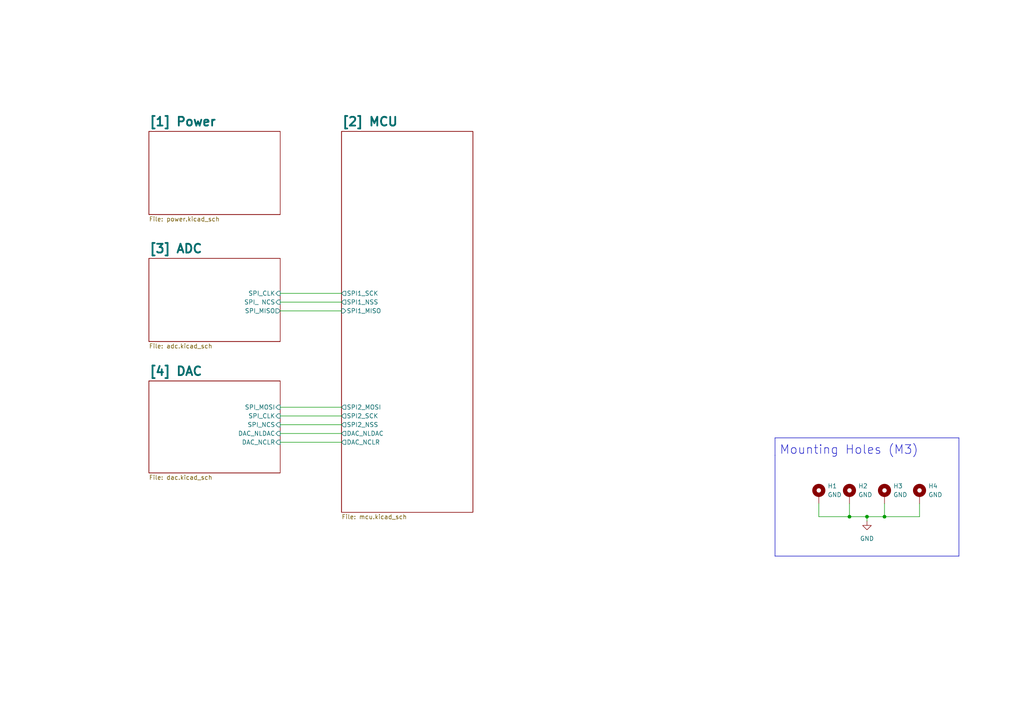
<source format=kicad_sch>
(kicad_sch (version 20230121) (generator eeschema)

  (uuid ef85fc54-329f-434a-8339-262c7e24e2e9)

  (paper "A4")

  (title_block
    (title "STM Audio Board")
    (date "2023-02-03")
    (rev "0.1")
    (company "LP")
  )

  (lib_symbols
    (symbol "Mechanical:MountingHole_Pad" (pin_numbers hide) (pin_names (offset 1.016) hide) (in_bom yes) (on_board yes)
      (property "Reference" "H" (at 0 6.35 0)
        (effects (font (size 1.27 1.27)))
      )
      (property "Value" "MountingHole_Pad" (at 0 4.445 0)
        (effects (font (size 1.27 1.27)))
      )
      (property "Footprint" "" (at 0 0 0)
        (effects (font (size 1.27 1.27)) hide)
      )
      (property "Datasheet" "~" (at 0 0 0)
        (effects (font (size 1.27 1.27)) hide)
      )
      (property "ki_keywords" "mounting hole" (at 0 0 0)
        (effects (font (size 1.27 1.27)) hide)
      )
      (property "ki_description" "Mounting Hole with connection" (at 0 0 0)
        (effects (font (size 1.27 1.27)) hide)
      )
      (property "ki_fp_filters" "MountingHole*Pad*" (at 0 0 0)
        (effects (font (size 1.27 1.27)) hide)
      )
      (symbol "MountingHole_Pad_0_1"
        (circle (center 0 1.27) (radius 1.27)
          (stroke (width 1.27) (type default))
          (fill (type none))
        )
      )
      (symbol "MountingHole_Pad_1_1"
        (pin input line (at 0 -2.54 90) (length 2.54)
          (name "1" (effects (font (size 1.27 1.27))))
          (number "1" (effects (font (size 1.27 1.27))))
        )
      )
    )
    (symbol "power:GND" (power) (pin_names (offset 0)) (in_bom yes) (on_board yes)
      (property "Reference" "#PWR" (at 0 -6.35 0)
        (effects (font (size 1.27 1.27)) hide)
      )
      (property "Value" "GND" (at 0 -3.81 0)
        (effects (font (size 1.27 1.27)))
      )
      (property "Footprint" "" (at 0 0 0)
        (effects (font (size 1.27 1.27)) hide)
      )
      (property "Datasheet" "" (at 0 0 0)
        (effects (font (size 1.27 1.27)) hide)
      )
      (property "ki_keywords" "global power" (at 0 0 0)
        (effects (font (size 1.27 1.27)) hide)
      )
      (property "ki_description" "Power symbol creates a global label with name \"GND\" , ground" (at 0 0 0)
        (effects (font (size 1.27 1.27)) hide)
      )
      (symbol "GND_0_1"
        (polyline
          (pts
            (xy 0 0)
            (xy 0 -1.27)
            (xy 1.27 -1.27)
            (xy 0 -2.54)
            (xy -1.27 -1.27)
            (xy 0 -1.27)
          )
          (stroke (width 0) (type default))
          (fill (type none))
        )
      )
      (symbol "GND_1_1"
        (pin power_in line (at 0 0 270) (length 0) hide
          (name "GND" (effects (font (size 1.27 1.27))))
          (number "1" (effects (font (size 1.27 1.27))))
        )
      )
    )
  )

  (junction (at 251.46 149.86) (diameter 0) (color 0 0 0 0)
    (uuid 75f2a21b-1a13-45ec-9f18-3940a5206839)
  )
  (junction (at 256.54 149.86) (diameter 0) (color 0 0 0 0)
    (uuid ecf5c9aa-be31-4c2b-8535-c0d29453d5df)
  )
  (junction (at 246.38 149.86) (diameter 0) (color 0 0 0 0)
    (uuid fc62a026-3107-41c1-b3e4-4ec60a59dff4)
  )

  (wire (pts (xy 246.38 146.05) (xy 246.38 149.86))
    (stroke (width 0) (type default))
    (uuid 0225f7c9-e999-4e56-8849-423dde76771b)
  )
  (wire (pts (xy 251.46 149.86) (xy 256.54 149.86))
    (stroke (width 0) (type default))
    (uuid 07a017fe-5069-42dc-b062-532a11f298a8)
  )
  (wire (pts (xy 81.28 120.65) (xy 99.06 120.65))
    (stroke (width 0) (type default))
    (uuid 1a9e83c3-5c11-4f42-91b9-8830c6739da7)
  )
  (wire (pts (xy 81.28 85.09) (xy 99.06 85.09))
    (stroke (width 0) (type default))
    (uuid 30f5ca2e-f1fd-4a60-9ca5-840306139244)
  )
  (wire (pts (xy 266.7 146.05) (xy 266.7 149.86))
    (stroke (width 0) (type default))
    (uuid 3549d2e7-bde2-4072-a077-a56e0e9cf015)
  )
  (polyline (pts (xy 224.79 127) (xy 224.79 161.29))
    (stroke (width 0) (type default))
    (uuid 35f68998-dc3a-4dbb-a5df-b58e591dcfa7)
  )

  (wire (pts (xy 246.38 149.86) (xy 251.46 149.86))
    (stroke (width 0) (type default))
    (uuid 37887b0b-c92b-4564-b907-ba69f4bf0814)
  )
  (polyline (pts (xy 278.13 161.29) (xy 278.13 127))
    (stroke (width 0) (type default))
    (uuid 54e80243-ca09-471c-b00b-38404796c450)
  )

  (wire (pts (xy 81.28 87.63) (xy 99.06 87.63))
    (stroke (width 0) (type default))
    (uuid 91fa8c9f-5249-438d-99f8-ca003e9b0eea)
  )
  (wire (pts (xy 81.28 125.73) (xy 99.06 125.73))
    (stroke (width 0) (type default))
    (uuid 949ac6b3-1b9d-471a-8516-bf44813138ed)
  )
  (wire (pts (xy 256.54 149.86) (xy 266.7 149.86))
    (stroke (width 0) (type default))
    (uuid 9f5ffbbc-5262-419e-ab33-f9438ebca257)
  )
  (wire (pts (xy 81.28 118.11) (xy 99.06 118.11))
    (stroke (width 0) (type default))
    (uuid aa9eae6f-2ec0-44de-8275-294616412799)
  )
  (wire (pts (xy 237.49 149.86) (xy 246.38 149.86))
    (stroke (width 0) (type default))
    (uuid af2357de-9c67-414d-9c35-743bfa102bc7)
  )
  (wire (pts (xy 256.54 146.05) (xy 256.54 149.86))
    (stroke (width 0) (type default))
    (uuid b02ac027-8fd9-4842-9a49-427f42bdee57)
  )
  (polyline (pts (xy 224.79 161.29) (xy 278.13 161.29))
    (stroke (width 0) (type default))
    (uuid b9e325c9-e3f5-47b5-a5a6-610e899853d6)
  )

  (wire (pts (xy 81.28 90.17) (xy 99.06 90.17))
    (stroke (width 0) (type default))
    (uuid c72c5130-c429-4c0d-9799-516ef9a55b08)
  )
  (wire (pts (xy 237.49 146.05) (xy 237.49 149.86))
    (stroke (width 0) (type default))
    (uuid ccd6fa4f-1092-4c88-8343-1d0317169b74)
  )
  (wire (pts (xy 81.28 123.19) (xy 99.06 123.19))
    (stroke (width 0) (type default))
    (uuid d6d5c905-b9fe-4550-93aa-10eaf287cfb6)
  )
  (wire (pts (xy 81.28 128.27) (xy 99.06 128.27))
    (stroke (width 0) (type default))
    (uuid dc83a7e5-42b3-4756-a50c-05277ea805a8)
  )
  (polyline (pts (xy 224.79 127) (xy 278.13 127))
    (stroke (width 0) (type default))
    (uuid e0d4e783-6650-4d05-94ab-758bea4eb9cc)
  )

  (wire (pts (xy 251.46 149.86) (xy 251.46 151.13))
    (stroke (width 0) (type default))
    (uuid e6288ea1-d24f-40bd-9ebb-861fbdf87818)
  )
  (polyline (pts (xy 224.79 132.08) (xy 224.79 132.08))
    (stroke (width 0) (type default))
    (uuid e8e21821-f4b5-4f08-b6d1-98e51c11fcdc)
  )

  (text "Mounting Holes (M3)\n" (at 226.06 132.08 0)
    (effects (font (size 2.54 2.54)) (justify left bottom))
    (uuid 0ee000c9-c7c2-416f-a094-25e6cf1168a5)
  )

  (symbol (lib_id "power:GND") (at 251.46 151.13 0) (unit 1)
    (in_bom yes) (on_board yes) (dnp no) (fields_autoplaced)
    (uuid 1e0e47b1-f4a4-415c-a0dd-754388d1de44)
    (property "Reference" "#PWR0126" (at 251.46 157.48 0)
      (effects (font (size 1.27 1.27)) hide)
    )
    (property "Value" "GND" (at 251.46 156.21 0)
      (effects (font (size 1.27 1.27)))
    )
    (property "Footprint" "" (at 251.46 151.13 0)
      (effects (font (size 1.27 1.27)) hide)
    )
    (property "Datasheet" "" (at 251.46 151.13 0)
      (effects (font (size 1.27 1.27)) hide)
    )
    (pin "1" (uuid cb44f6d9-c52e-4531-b318-b3ea656aae0c))
    (instances
      (project "STM_audioBoard"
        (path "/ef85fc54-329f-434a-8339-262c7e24e2e9"
          (reference "#PWR0126") (unit 1)
        )
      )
    )
  )

  (symbol (lib_id "Mechanical:MountingHole_Pad") (at 266.7 143.51 0) (unit 1)
    (in_bom yes) (on_board yes) (dnp no) (fields_autoplaced)
    (uuid 703e621c-0a91-47ec-b6fc-87ecbad863b5)
    (property "Reference" "H4" (at 269.24 140.9699 0)
      (effects (font (size 1.27 1.27)) (justify left))
    )
    (property "Value" "GND" (at 269.24 143.5099 0)
      (effects (font (size 1.27 1.27)) (justify left))
    )
    (property "Footprint" "MountingHole:MountingHole_3.2mm_M3_Pad" (at 266.7 143.51 0)
      (effects (font (size 1.27 1.27)) hide)
    )
    (property "Datasheet" "~" (at 266.7 143.51 0)
      (effects (font (size 1.27 1.27)) hide)
    )
    (pin "1" (uuid 8805dedd-297b-4e19-b221-cb8d142f7a98))
    (instances
      (project "STM_audioBoard"
        (path "/ef85fc54-329f-434a-8339-262c7e24e2e9"
          (reference "H4") (unit 1)
        )
      )
    )
  )

  (symbol (lib_id "Mechanical:MountingHole_Pad") (at 246.38 143.51 0) (unit 1)
    (in_bom yes) (on_board yes) (dnp no) (fields_autoplaced)
    (uuid 7cbfbab2-9943-4c7c-8ec2-589f12199f42)
    (property "Reference" "H2" (at 248.92 140.9699 0)
      (effects (font (size 1.27 1.27)) (justify left))
    )
    (property "Value" "GND" (at 248.92 143.5099 0)
      (effects (font (size 1.27 1.27)) (justify left))
    )
    (property "Footprint" "MountingHole:MountingHole_3.2mm_M3_Pad" (at 246.38 143.51 0)
      (effects (font (size 1.27 1.27)) hide)
    )
    (property "Datasheet" "~" (at 246.38 143.51 0)
      (effects (font (size 1.27 1.27)) hide)
    )
    (pin "1" (uuid ced13785-4ae3-476b-acd4-7aabc9027cff))
    (instances
      (project "STM_audioBoard"
        (path "/ef85fc54-329f-434a-8339-262c7e24e2e9"
          (reference "H2") (unit 1)
        )
      )
    )
  )

  (symbol (lib_id "Mechanical:MountingHole_Pad") (at 237.49 143.51 0) (unit 1)
    (in_bom yes) (on_board yes) (dnp no) (fields_autoplaced)
    (uuid 860240b5-2c13-4ca3-8d7d-e9df3c18f8c6)
    (property "Reference" "H1" (at 240.03 140.9699 0)
      (effects (font (size 1.27 1.27)) (justify left))
    )
    (property "Value" "GND" (at 240.03 143.5099 0)
      (effects (font (size 1.27 1.27)) (justify left))
    )
    (property "Footprint" "MountingHole:MountingHole_3.2mm_M3_Pad" (at 237.49 143.51 0)
      (effects (font (size 1.27 1.27)) hide)
    )
    (property "Datasheet" "~" (at 237.49 143.51 0)
      (effects (font (size 1.27 1.27)) hide)
    )
    (pin "1" (uuid 34b615ea-9c65-4460-a6e7-02686bfb7165))
    (instances
      (project "STM_audioBoard"
        (path "/ef85fc54-329f-434a-8339-262c7e24e2e9"
          (reference "H1") (unit 1)
        )
      )
    )
  )

  (symbol (lib_id "Mechanical:MountingHole_Pad") (at 256.54 143.51 0) (unit 1)
    (in_bom yes) (on_board yes) (dnp no) (fields_autoplaced)
    (uuid d90f84aa-06bc-4be5-850b-0aa1850ee75c)
    (property "Reference" "H3" (at 259.08 140.9699 0)
      (effects (font (size 1.27 1.27)) (justify left))
    )
    (property "Value" "GND" (at 259.08 143.5099 0)
      (effects (font (size 1.27 1.27)) (justify left))
    )
    (property "Footprint" "MountingHole:MountingHole_3.2mm_M3_Pad" (at 256.54 143.51 0)
      (effects (font (size 1.27 1.27)) hide)
    )
    (property "Datasheet" "~" (at 256.54 143.51 0)
      (effects (font (size 1.27 1.27)) hide)
    )
    (pin "1" (uuid 91cb3656-c6bc-4590-ae8f-e002f2640541))
    (instances
      (project "STM_audioBoard"
        (path "/ef85fc54-329f-434a-8339-262c7e24e2e9"
          (reference "H3") (unit 1)
        )
      )
    )
  )

  (sheet (at 43.18 74.93) (size 38.1 24.13) (fields_autoplaced)
    (stroke (width 0.1524) (type solid))
    (fill (color 0 0 0 0.0000))
    (uuid 4e363a83-cfa1-42d0-ba60-579ed8356375)
    (property "Sheetname" "[3] ADC" (at 43.18 73.5834 0)
      (effects (font (size 2.54 2.54) bold) (justify left bottom))
    )
    (property "Sheetfile" "adc.kicad_sch" (at 43.18 99.6446 0)
      (effects (font (size 1.27 1.27)) (justify left top))
    )
    (pin "SPI_CLK" input (at 81.28 85.09 0)
      (effects (font (size 1.27 1.27)) (justify right))
      (uuid 4c7c4a46-3582-4b47-9de0-379a837ca555)
    )
    (pin "SPI_MISO" output (at 81.28 90.17 0)
      (effects (font (size 1.27 1.27)) (justify right))
      (uuid 24541d1d-e85c-4e71-8e54-95e25831c4a4)
    )
    (pin "SPI_ NCS" input (at 81.28 87.63 0)
      (effects (font (size 1.27 1.27)) (justify right))
      (uuid 1e28a2c8-b0fb-4a7f-ab12-77393974aa0c)
    )
    (instances
      (project "STM_audioBoard"
        (path "/ef85fc54-329f-434a-8339-262c7e24e2e9" (page "4"))
      )
    )
  )

  (sheet (at 43.18 38.1) (size 38.1 24.13) (fields_autoplaced)
    (stroke (width 0.1524) (type solid))
    (fill (color 0 0 0 0.0000))
    (uuid 8b86c5bb-c0fc-4d5a-91aa-2ce0ad602b27)
    (property "Sheetname" "[1] Power" (at 43.18 36.7534 0)
      (effects (font (size 2.54 2.54) bold) (justify left bottom))
    )
    (property "Sheetfile" "power.kicad_sch" (at 43.18 62.8146 0)
      (effects (font (size 1.27 1.27)) (justify left top))
    )
    (instances
      (project "STM_audioBoard"
        (path "/ef85fc54-329f-434a-8339-262c7e24e2e9" (page "2"))
      )
    )
  )

  (sheet (at 43.18 110.49) (size 38.1 26.67) (fields_autoplaced)
    (stroke (width 0.1524) (type solid))
    (fill (color 0 0 0 0.0000))
    (uuid a834fb14-b3a1-4fa1-8c02-1fdc386616f0)
    (property "Sheetname" "[4] DAC" (at 43.18 109.1434 0)
      (effects (font (size 2.54 2.54) bold) (justify left bottom))
    )
    (property "Sheetfile" "dac.kicad_sch" (at 43.18 137.7446 0)
      (effects (font (size 1.27 1.27)) (justify left top))
    )
    (pin "DAC_NCLR" input (at 81.28 128.27 0)
      (effects (font (size 1.27 1.27)) (justify right))
      (uuid 1a3933d8-e5ab-4c98-a1a5-b3a497031510)
    )
    (pin "SPI_CLK" input (at 81.28 120.65 0)
      (effects (font (size 1.27 1.27)) (justify right))
      (uuid 2b45e1f9-5135-4725-be4b-42583aeda6d3)
    )
    (pin "SPI_NCS" input (at 81.28 123.19 0)
      (effects (font (size 1.27 1.27)) (justify right))
      (uuid a2a0ce5d-1638-4939-9ae7-2b12a776f9b5)
    )
    (pin "SPI_MOSI" input (at 81.28 118.11 0)
      (effects (font (size 1.27 1.27)) (justify right))
      (uuid 6ad5eb80-c3d7-4bad-a5dc-95fb5f75d451)
    )
    (pin "DAC_NLDAC" input (at 81.28 125.73 0)
      (effects (font (size 1.27 1.27)) (justify right))
      (uuid 627e32f5-8202-4a4b-9306-55cb44501247)
    )
    (instances
      (project "STM_audioBoard"
        (path "/ef85fc54-329f-434a-8339-262c7e24e2e9" (page "5"))
      )
    )
  )

  (sheet (at 99.06 38.1) (size 38.1 110.49) (fields_autoplaced)
    (stroke (width 0.1524) (type solid))
    (fill (color 0 0 0 0.0000))
    (uuid ee2d4daf-adb5-47d0-ba60-e54b60815215)
    (property "Sheetname" "[2] MCU" (at 99.06 36.7534 0)
      (effects (font (size 2.54 2.54) bold) (justify left bottom))
    )
    (property "Sheetfile" "mcu.kicad_sch" (at 99.06 149.1746 0)
      (effects (font (size 1.27 1.27)) (justify left top))
    )
    (pin "SPI1_NSS" output (at 99.06 87.63 180)
      (effects (font (size 1.27 1.27)) (justify left))
      (uuid 7d002088-f413-443e-a3d9-a239c7a13e1f)
    )
    (pin "SPI1_MISO" input (at 99.06 90.17 180)
      (effects (font (size 1.27 1.27)) (justify left))
      (uuid 7db52776-a380-4c12-9010-44a55806f8b3)
    )
    (pin "SPI2_MOSI" output (at 99.06 118.11 180)
      (effects (font (size 1.27 1.27)) (justify left))
      (uuid 21a65b5f-a73c-429f-aefa-4fc25a9447a2)
    )
    (pin "SPI2_NSS" output (at 99.06 123.19 180)
      (effects (font (size 1.27 1.27)) (justify left))
      (uuid 01810aca-1b0e-477c-a1d3-f78e7e5e7f23)
    )
    (pin "DAC_NLDAC" output (at 99.06 125.73 180)
      (effects (font (size 1.27 1.27)) (justify left))
      (uuid 118bf9c6-9fd9-4b03-af1c-c2134bb488c1)
    )
    (pin "DAC_NCLR" output (at 99.06 128.27 180)
      (effects (font (size 1.27 1.27)) (justify left))
      (uuid b294ef8b-0a88-4aac-b18a-fd99d704e7fb)
    )
    (pin "SPI1_SCK" output (at 99.06 85.09 180)
      (effects (font (size 1.27 1.27)) (justify left))
      (uuid 18259962-3ca3-4718-bdf6-4fe69ee793e0)
    )
    (pin "SPI2_SCK" output (at 99.06 120.65 180)
      (effects (font (size 1.27 1.27)) (justify left))
      (uuid 717b96dc-ab36-4a83-b69c-3c58251c045e)
    )
    (instances
      (project "STM_audioBoard"
        (path "/ef85fc54-329f-434a-8339-262c7e24e2e9" (page "3"))
      )
    )
  )

  (sheet_instances
    (path "/" (page "1"))
  )
)

</source>
